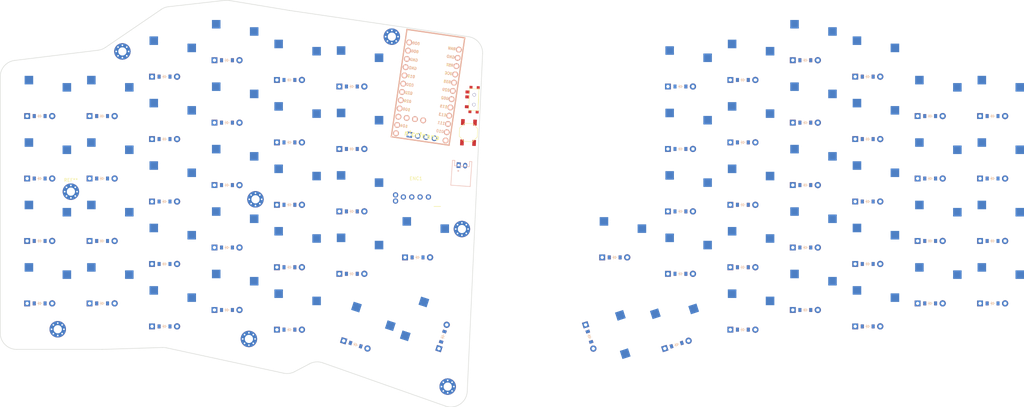
<source format=kicad_pcb>
(kicad_pcb (version 20240108) (generator "pcbnew") (generator_version "8.0")
  (title_block (title "left") (rev "v1.0.0") (company "Unknown"))
  (layers (0 "F.Cu" signal) (31 "B.Cu" signal) (34 "B.Paste" user) (35 "F.Paste" user) (36 "B.SilkS" user "B.Silkscreen") (37 "F.SilkS" user "F.Silkscreen") (38 "B.Mask" user) (39 "F.Mask" user) (44 "Edge.Cuts" user))
  (net 0 "")
  (net 1 "P115")
  (net 2 "outer_bottom")
  (net 3 "outer_home")
  (net 4 "outer_top")
  (net 5 "outer_num")
  (net 6 "P113")
  (net 7 "pinky_bottom")
  (net 8 "pinky_home")
  (net 9 "pinky_top")
  (net 10 "pinky_num")
  (net 11 "P111")
  (net 12 "ring_mod")
  (net 13 "ring_bottom")
  (net 14 "ring_home")
  (net 15 "ring_top")
  (net 16 "ring_num")
  (net 17 "P010")
  (net 18 "middle_mod")
  (net 19 "middle_bottom")
  (net 20 "middle_home")
  (net 21 "middle_top")
  (net 22 "middle_num")
  (net 23 "P009")
  (net 24 "index_mod")
  (net 25 "index_bottom")
  (net 26 "index_home")
  (net 27 "index_top")
  (net 28 "index_num")
  (net 29 "P011")
  (net 30 "inner_bottom")
  (net 31 "inner_home")
  (net 32 "inner_top")
  (net 33 "inner_num")
  (net 34 "P104")
  (net 35 "inner_mod_home")
  (net 36 "home_cluster")
  (net 37 "far_cluster")
  (net 38 "mirror_outer_bottom")
  (net 39 "mirror_outer_home")
  (net 40 "mirror_outer_top")
  (net 41 "mirror_outer_num")
  (net 42 "mirror_pinky_bottom")
  (net 43 "mirror_pinky_home")
  (net 44 "mirror_pinky_top")
  (net 45 "mirror_pinky_num")
  (net 46 "mirror_ring_mod")
  (net 47 "mirror_ring_bottom")
  (net 48 "mirror_ring_home")
  (net 49 "mirror_ring_top")
  (net 50 "mirror_ring_num")
  (net 51 "mirror_middle_mod")
  (net 52 "mirror_middle_bottom")
  (net 53 "mirror_middle_home")
  (net 54 "mirror_middle_top")
  (net 55 "mirror_middle_num")
  (net 56 "mirror_index_mod")
  (net 57 "mirror_index_bottom")
  (net 58 "mirror_index_home")
  (net 59 "mirror_index_top")
  (net 60 "mirror_index_num")
  (net 61 "mirror_inner_bottom")
  (net 62 "mirror_inner_home")
  (net 63 "mirror_inner_top")
  (net 64 "mirror_inner_num")
  (net 65 "mirror_inner_mod_home")
  (net 66 "mirror_home_cluster")
  (net 67 "mirror_far_cluster")
  (net 68 "P020")
  (net 69 "P017")
  (net 70 "P008")
  (net 71 "P006")
  (net 72 "P022")
  (net 73 "RAW")
  (net 74 "GND")
  (net 75 "RST")
  (net 76 "VCC")
  (net 77 "P031")
  (net 78 "P029")
  (net 79 "P002")
  (net 80 "P024")
  (net 81 "P100")
  (net 82 "P106")
  (net 83 "P101")
  (net 84 "P102")
  (net 85 "P107")
  (net 86 "pos")
  (net 87 "S2")
  (net 88 "D")
  (footprint "E73:SPDT_C128955" (layer "F.Cu") (at 132.2 -76 -92.5)
    (property "Reference" "T1" (hide yes))
    (property "Value" "" (hide yes))
  )
  (footprint "E73:SW_TACT_ALPS_SKQGABE010" (layer "F.Cu") (at 130.5 -66 -92.5)
    (property "Reference" "B1" (hide yes))
    (property "Value" "" (hide yes))
  )
  (footprint "PG1350" (layer "F.Cu") (at 57 -93)
    (property "Reference" "S18" (hide yes))
    (property "Value" "" (hide yes))
  )
  (footprint "ComboDiode" (layer "F.Cu") (at 271 -71)
    (property "Reference" "D38" (hide yes))
    (property "Value" "" (hide yes))
  )
  (footprint "MountingHole_2.5mm_Pad_Via" (layer "F.Cu") (at 128.5 -36.625)
    (property "Reference" "")
    (property "Value" "")
  )
  (footprint "ComboDiode" (layer "F.Cu") (at 195 -80)
    (property "Reference" "D57" (hide yes))
    (property "Value" "" (hide yes))
  )
  (footprint "ComboDiode" (layer "F.Cu") (at 290 -33)
    (property "Reference" "D32" (hide yes))
    (property "Value" "" (hide yes))
  )
  (footprint "PG1350" (layer "F.Cu") (at 252 -88)
    (property "Reference" "S43" (hide yes))
    (property "Value" "" (hide yes))
  )
  (footprint "Panasonic_EVQWGD001" (layer "F.Cu") (at 114.5 -52 90)
    (property "Reference" "ENC1")
    (property "Value" "RollerEncoder_Panasonic_EVQWGD001")
  )
  (footprint "PG1350" (layer "F.Cu") (at 38 -88)
    (property "Reference" "S13" (hide yes))
    (property "Value" "" (hide yes))
  )
  (footprint "PG1350" (layer "F.Cu") (at 57 -74)
    (property "Reference" "S17" (hide yes))
    (property "Value" "" (hide yes))
  )
  (footprint "ComboDiode" (layer "F.Cu") (at 167.315371 -3.861961 -72)
    (property "Reference" "D60" (hide yes))
    (property "Value" "" (hide yes))
  )
  (footprint "PG1350" (layer "F.Cu") (at 252 -69)
    (property "Reference" "S42" (hide yes))
    (property "Value" "" (hide yes))
  )
  (footprint "MountingHole_2.5mm_Pad_Via" (layer "F.Cu") (at 63.674175 -3.174175)
    (property "Reference" "")
    (property "Value" "")
  )
  (footprint "ComboDiode" (layer "F.Cu") (at 214 -6)
    (property "Reference" "D49" (hide yes))
    (property "Value" "" (hide yes))
  )
  (footprint "ComboDiode" (layer "F.Cu") (at 95 -42)
    (property "Reference" "D25" (hide yes))
    (property "Value" "" (hide yes))
  )
  (footprint "nice_nano" (layer "F.Cu") (at 118 -78.5 -98.3)
    (property "Reference" "MCU1" (hide yes))
    (property "Value" "nice_nano" (hide yes))
  )
  (footprint "MountingHole:MountingHole_2.5mm_Pad_Via" (layer "F.Cu") (at 9.5 -48)
    (property "Reference" "REF**")
    (property "Value" "MountingHole_2.5mm_Pad_Via")
  )
  (footprint "ComboDiode" (layer "F.Cu") (at 252 -7)
    (property "Reference" "D39" (hide yes))
    (property "Value" "" (hide yes))
  )
  (footprint "PG1350" (layer "F.Cu") (at 175 -33)
    (property "Reference" "S58" (hide yes))
    (property "Value" "" (hide yes))
  )
  (footprint "PG1350" (layer "F.Cu") (at 95 -85)
    (property "Reference" "S27" (hide yes))
    (property "Value" "" (hide yes))
  )
  (footprint "PG1350" (layer "F.Cu") (at 290 -19)
    (property "Reference" "S31" (hide yes))
    (property "Value" "" (hide yes))
  )
  (footprint "PG1350" (layer "F.Cu") (at 95 -47)
    (property "Reference" "S25" (hide yes))
    (property "Value" "" (hide yes))
  )
  (footprint "PG1350" (layer "F.Cu") (at 19 -76)
    (property "Reference" "S8" (hide yes))
    (property "Value" "" (hide yes))
  )
  (footprint "PG1350" (layer "F.Cu") (at 233 -74)
    (property "Reference" "S47" (hide yes))
    (property "Value" "" (hide yes))
  )
  (footprint "PG1350" (layer "F.Cu") (at 57 -36)
    (property "Reference" "S15" (hide yes))
    (property "Value" "" (hide yes))
  )
  (footprint "PG1350" (layer "F.Cu") (at 195 -85)
    (property "Reference" "S57" (hide yes))
    (property "Value" "" (hide yes))
  )
  (footprint "ComboDiode" (layer "F.Cu") (at 38 -83)
    (property "Reference" "D13" (hide yes))
    (property "Value" "" (hide yes))
  )
  (footprint "ComboDiode" (layer "F.Cu") (at 0 -52)
    (property "Reference" "D3" (hide yes))
    (property "Value" "" (hide yes))
  )
  (footprint "MountingHole_2.5mm_Pad_Via" (layer "F.Cu") (at 25.174175 -90.674175)
    (property "Reference" "")
    (property "Value" "")
  )
  (footprint "ComboDiode" (layer "F.Cu") (at 115 -28)
    (property "Reference" "D28" (hide yes))
    (property "Value" "" (hide yes))
  )
  (footprint "MountingHole_2.5mm_Pad_Via" (layer "F.Cu") (at 65.674175 -45.674175)
    (property "Reference" "")
    (property "Value" "")
  )
  (footprint "ComboDiode" (layer "F.Cu") (at 195 -61)
    (property "Reference" "D56" (hide yes))
    (property "Value" "" (hide yes))
  )
  (footprint "ComboDiode" (layer "F.Cu") (at 252 -64)
    (property "Reference" "D42" (hide yes))
    (property "Value" "" (hide yes))
  )
  (footprint "ComboDiode" (layer "F.Cu") (at 38 -26)
    (property "Reference" "D10" (hide yes))
    (property "Value" "" (hide yes))
  )
  (footprint "ComboDiode" (layer "F.Cu") (at 271 -33)
    (property "Reference" "D36" (hide yes))
    (property "Value" "" (hide yes))
  )
  (footprint "PG1350" (layer "F.Cu") (at 0 -76)
    (property "Reference" "S4" (hide yes))
    (property "Value" "" (hide yes))
  )
  (footprint "PG1350" (layer "F.Cu") (at 57 -55)
    (property "Reference" "S16" (hide yes))
    (property "Value" "" (hide yes))
  )
  (footprint "PG1350" (layer "F.Cu") (at 195 -47)
    (property "Reference" "S55" (hide yes))
    (property "Value" "" (hide yes))
  )
  (footprint "ComboDiode" (layer "F.Cu") (at 0 -14)
    (property "Reference" "D1" (hide yes))
    (property "Value" "" (hide yes))
  )
  (footprint "PG1350" (layer "F.Cu") (at 271 -19)
    (property "Reference" "S35" (hide yes))
    (property "Value" "" (hide yes))
  )
  (footprint "ComboDiode" (layer "F.Cu") (at 96.139066 -1.446784 -18)
    (property "Reference" "D29" (hide yes))
    (property "Value" "" (hide yes))
  )
  (footprint "ComboDiode" (layer "F.Cu") (at 57 -12)
    (property "Reference" "D14" (hide yes))
    (property "Value" "" (hide yes))
  )
  (footprint "PG1350" (layer "F.Cu") (at 0 -38)
    (property "Reference" "S2" (hide yes))
    (property "Value" "" (hide yes))
  )
  (footprint "PG1350" (layer "F.Cu") (at 195 -66)
    (property "Reference" "S56" (hide yes))
    (property "Value" "" (hide yes))
  )
  (footprint "JST_PH_S2B-PH-K_02x2.00mm_Angled" (layer "F.Cu") (at 128.5 -56 -4)
    (property "Reference" "JST1" (hide yes))
    (property "Value" "" (hide yes))
  )
  (footprint "PG1350" (layer "F.Cu") (at 271 -76)
    (property "Reference" "S38" (hide yes))
    (property "Value" "" (hide yes))
  )
  (footprint "PG1350" (layer "F.Cu") (at 290 -76)
    (property "Reference" "S34" (hide yes))
    (property "Value" "" (hide yes))
  )
  (footprint "PG1350" (layer "F.Cu") (at 0 -19)
    (property "Reference" "S1" (hide yes))
    (property "Value" "" (hide yes))
  )
  (footprint "ComboDiode" (layer "F.Cu") (at 271 -14)
    (property "Reference" "D35" (hide yes))
    (property "Value" "" (hide yes))
  )
  (footprint "PG1350" (layer "F.Cu") (at 76 -11)
    (property "Reference" "S19" (hide yes))
    (property "Value" "" (hide yes))
  )
  (footprint "ComboDiode" (layer "F.Cu") (at 195 -23)
    (property "Reference" "D54" (hide yes))
    (property "Value" "" (hide yes))
  )
  (footprint "ComboDiode" (layer "F.Cu") (at 76 -6)
    (property "Reference" "D19" (hide yes))
    (property "Value" "" (hide yes))
  )
  (footprint "PG1350" (layer "F.Cu") (at 97.684151 -6.202067 -18)
    (property "Reference" "S29" (hide yes))
    (property "Value" "" (hide yes))
  )
  (footprint "PG1350" (layer "F.Cu") (at 0 -57)
    (property "Reference" "S3" (hide yes))
    (property "Value" "" (hide yes))
  )
  (footprint "ComboDiode" (layer "F.Cu") (at 122.684629 -3.861961 72)
    (property "Reference" "D30" (hide yes))
    (property "Value" "" (hide yes))
  )
  (footprint "ComboDiode" (layer "F.Cu") (at 195 -42)
    (property "Reference" "D55" (hide yes))
    (property "Value" "" (hide yes))
  )
  (footprint "ComboDiode" (layer "F.Cu") (at 214 -82)
    (property "Reference" "D53" (hide yes))
    (property "Value" "" (hide yes))
  )
  (footprint "ComboDiode" (layer "F.Cu") (at 290 -14)
    (property "Reference" "D31" (hide yes))
    (property "Value" "" (hide yes))
  )
  (footprint "ComboDiode" (layer "F.Cu") (at 19 -33)
    (property "Reference" "D6" (hide yes))
    (property "Value" "" (hide yes))
  )
  (footprint "PG1350" (layer "F.Cu") (at 233 -17)
    (property "Reference" "S44" (hide yes))
    (property "Value" "" (hide yes))
  )
  (footprint "ComboDiode" (layer "F.Cu") (at 57 -69)
    (property "Reference" "D17" (hide yes))
    (property "Value" "" (hide yes))
  )
  (footprint "PG1350" (layer "F.Cu") (at 95 -28)
    (property "Reference" "S24" (hide yes))
    (property "Value" "" (hide yes))
  )
  (footprint "PG1350" (layer "F.Cu") (at 38 -69)
    (property "Reference" "S12" (hide yes))
    (property "Value" "" (hide yes))
  )
  (footprint "PG1350" (layer "F.Cu") (at 172.070654 -5.407047 -72)
    (property "Reference" "S60" (hide yes))
    (property "Value" "" (hide yes))
  )
  (footprint "PG1350" (layer "F.Cu") (at 195 -28)
    (property "Reference" "S54" (hide yes))
    (property "Value" "" (hide yes))
  )
  (footprint "PG1350" (layer "F.Cu") (at 214 -87)
    (property "Reference" "S53" (hide yes))
    (property "Value" "" (hide yes))
  )
  (footprint "lib:OLED_headers" (layer "F.Cu") (at 122.5 -65.5 -98.3)
    (property "Reference" "OLED1" (hide yes))
    (property "Value" "OLED")
  )
  (footprint "PG1350" (layer "F.Cu") (at 271 -57)
    (property "Reference" "S37" (hide yes))
    (property "Value" "" (hide yes))
  )
  (footprint "ComboDiode" (layer "F.Cu") (at 214 -63)
    (property "Reference" "D52" (hide yes))
    (property "Value" "" (hide yes))
  )
  (footprint "PG1350" (layer "F.Cu") (at 233 -93)
    (property "Reference" "S48" (hide yes))
    (property "Value" "" (hide yes))
  )
  (footprint "ComboDiode" (layer "F.Cu") (at 38 -64)
    (property "Reference" "D12" (hide yes))
    (property "Value" "" (hide yes))
  )
  (footprint "MountingHole_2.5mm_Pad_Via" (layer "F.Cu") (at 5.5 -6.125)
    (property "Reference" "")
    (property "Value" "")
  )
  (footprint "ComboDiode" (layer "F.Cu") (at 19 -71)
    (property "Reference" "D8" (hide yes))
    (property "Value" "" (hide yes))
  )
  (footprint "PG1350" (layer "F.Cu") (at 290 -57)
    (property "Reference" "S33" (hide yes))
    (property "Value" "" (hide yes))
  )
  (footprint "ComboDiode" (layer "F.Cu") (at 252 -26)
    (property "Reference" "D40" (hide yes))
    (property "Value" "" (hide yes))
  )
  (footprint "ComboDiode" (layer "F.Cu") (at 57 -50)
    (property "Reference" "D16" (hide yes))
    (property "Value" "" (hide yes))
  )
  (footprint "PG1350" (layer "F.Cu") (at 19 -57)
    (property "Reference" "S7" (hide yes))
    (property "Value" "" (hide yes))
  )
  (footprint "PG1350" (layer "F.Cu") (at 214 -11)
    (property "Reference" "S49" (hide yes))
    (property "Value" "" (hide yes))
  )
  (footprint "ComboDiode" (layer "F.Cu") (at 76 -44)
    (property "Reference" "D21" (hide yes))
    (property "Value" "" (hide yes))
  )
  (footprint "PG1350" (layer "F.Cu") (at 290 -38)
    (property "Reference" "S32" (hide yes))
    (property "Value" "" (hide yes))
  )
  (footprint "PG1350" (layer "F.Cu") (at 252 -50)
    (property "Reference" "S41" (hide yes))
    (property "Value" "" (hide yes))
  )
  (footprint "PG1350" (layer "F.Cu") (at 76 -49)
    (property "Reference" "S21" (hide yes))
    (property "Value" "" (hide yes))
  )
  (footprint "PG1350" (layer "F.Cu") (at 76 -87)
    (property "Reference" "S23" (hide yes))
    (property "Value" "" (hide yes))
  )
  (footprint "PG1350" (layer "F.Cu") (at 233 -55)
    (property "Reference" "S46" (hide yes))
    (property "Value" "" (hide yes))
  )
  (footprint "ComboDiode" (layer "F.Cu") (at 233 -88)
    (property "Reference" "D48" (hide yes))
    (property "Value" "" (hide yes))
  )
  (footprint "ComboDiode" (layer "F.Cu") (at 193.860934 -1.446784 18)
    (property "Reference" "D59" (hide yes))
    (property "Value" "" (hide yes))
  )
  (footprint "MountingHole_2.5mm_Pad_Via" (layer "F.Cu") (at 124.174175 11.325825)
    (property "Reference" "")
    (property "Value" "")
  )
  (footprint "MountingHole_2.5mm_Pad_Via" (layer "F.Cu") (at 107.174175 -95.174175)
    (property "Reference" "")
    (property "Value" "")
  )
  (footprint "PG1350" (layer "F.Cu") (at 19 -19)
    (property "Reference" "S5" (hide yes))
    (property "Value" "" (hide yes))
  )
  (footprint "PG1350" (layer "F.Cu") (at 57 -17)
    (property "Reference" "S14" (hide yes))
    (property "Value" "" (hide yes))
  )
  (footprint "ComboDiode" (layer "F.Cu") (at 0 -71)
    (property "Reference" "D4" (hide yes))
    (property "Value" "" (hide yes))
  )
  (footprint "ComboDiode" (layer "F.Cu") (at 76 -63)
    (property "Reference" "D22" (hide yes))
    (property "Value" "" (hide yes))
  )
  (footprint "ComboDiode" (layer "F.Cu") (at 252 -83)
    (property "Reference" "D43" (hide yes))
    (property "Value" "" (hide yes))
  )
  (footprint "ComboDiode" (layer "F.Cu") (at 38 -7)
    (property "Reference" "D9" (hide yes))
    (property "Value" "" (hide yes))
  )
  (footprint "PG1350" (layer "F.Cu") (at 214 -68)
    (property "Reference" "S52" (hide yes))
    (property "Value" "" (hide yes))
  )
  (footprint "ComboDiode" (layer "F.Cu") (at 233 -69)
    (property "Reference" "D47" (hide yes))
    (property "Value" "" (hide yes))
  )
  (footprint "ComboDiode" (layer "F.Cu") (at 57 -88)
    (property "Reference" "D18" (hide yes))
    (property "Value" "" (hide yes))
  )
  (footprint "PG1350" (layer "F.Cu") (at 38 -31)
    (property "Reference" "S10" (hide yes))
    (property "Value" "" (hide yes))
  )
  (footprint "PG1350" (layer "F.Cu") (at 192.315849 -6.202067 18)
    (property "Reference" "S59" (hide yes))
    (property "Value" "" (hide yes))
  )
  (footprint "PG1350" (layer "F.Cu") (at 95 -66)
    (property "Reference" "S26" (hide yes))
    (property "Value" "" (hide yes))
  )
  (footprint "ComboDiode" (layer "F.Cu") (at 290 -52)
    (property "Reference" "D33" (hide yes))
    (property "Value" "" (hide yes))
  )
  (footprint "ComboDiode" (layer "F.Cu") (at 76 -25)
    (property "Reference" "D20" (hide yes))
    (property "Value" "" (hide yes))
  )
  (footprint "ComboDiode" (layer "F.Cu") (at 95 -61)
    (property "Reference" "D26" (hide yes))
    (property "Value" "" (hide yes))
  )
  (footprint "PG1350" (layer "F.Cu") (at 252 -31)
    (property "Reference" "S40" (hide yes))
    (property "Value" "" (hide yes))
  )
  (footprint "PG1350" (layer "F.Cu") (at 214 -49)
    (property "Reference" "S51" (hide yes))
    (property "Value" "" (hide yes))
  )
  (footprint "PG1350" (layer "F.Cu") (at 117.929346 -5.407047 72)
    (property "Reference" "S30" (hide yes))
    (property "Value" "" (hide yes))
  )
  (footprint "PG1350" (layer "F.Cu") (at 76 -30)
    (property "Reference" "S20" (hide yes))
    (property "Value" "" (hide yes))
  )
  (footprint "ComboDiode" (layer "F.Cu") (at 19 -14)
    (property "Reference" "D5" (hide yes))
    (property "Value" "" (hide yes))
  )
  (footprint "PG1350" (layer "F.Cu") (at 115 -33)
    (property "Reference" "S28" (hide yes))
    (property "Value" "" (hide yes))
  )
  (footprint "PG1350" (layer "F.Cu") (at 19 -38)
    (property "Reference" "S6" (hide yes))
    (property "Value" "" (hide yes))
  )
  (footprint "ComboDiode" (layer "F.Cu") (at 95 -80)
    (property "Reference" "D27" (hide yes))
    (property "Value" "" (hide yes))
  )
  (footprint "ComboDiode" (layer "F.Cu") (at 233 -12)
    (property "Reference" "D44" (hide yes))
    (property "Value" "" (hide yes))
  )
  (footprint "ComboDiode" (layer "F.Cu") (at 57 -31)
    (property "Reference" "D15" (hide yes))
    (property "Value" "" (hide yes))
  )
  (footprint "ComboDiode" (layer "F.Cu") (at 95 -23)
    (property "Reference" "D24" (hide yes))
    (property "Value" "" (hide yes))
  )
  (footprint "ComboDiode" (layer "F.Cu") (at 290 -71)
    (property "Reference" "D34" (hide yes))
    (property "Value" "" (hide yes))
  )
  (footprint "ComboDiode" (layer "F.Cu") (at 175 -28)
    (property "Reference" "D58" (hide yes))
    (property "Value" "" (hide yes))
  )
  (footprint "ComboDiode" (layer "F.Cu") (at 233 -31)
    (property "Reference" "D45" (hide yes))
    (property "Value" "" (hide yes))
  )
  (footprint "ComboDiode" (layer "F.Cu") (at 233 -50)
    (property "Reference" "D46" (hide yes))
    (property "Value" "" (hide yes))
  )
  (footprint "ComboDiode" (layer "F.Cu") (at 0 -33)
    (property "Reference" "D2" (hide yes))
    (property "Value" "" (hide yes))
  )
  (footprint "ComboDiode" (layer "F.Cu") (at 76 -82)
    (property "Reference" "D23" (hide yes))
    (property "Value" "" (hide yes))
  )
  (footprint "ComboDiode" (layer "F.Cu") (at 214 -25)
    (property "Reference" "D50" (hide yes))
    (property "Value" "" (hide yes))
  )
  (footprint "PG1350" (layer "F.Cu") (at 271 -38)
    (property "Reference" "S36" (hide yes))
    (property "Value" "" (hide yes))
  )
  (footprint "ComboDiode" (layer "F.Cu") (at 271 -52)
    (property "Reference" "D37" (hide yes))
    (property "Value" "" (hide yes))
  )
  (footprint "ComboDiode" (layer "F.Cu") (at 252 -45)
    (property "Reference" "D41" (hide yes))
    (property "Value" "" (hide yes))
  )
  (footprint "ComboDiode" (layer "F.Cu") (at 214 -44)
    (property "Reference" "D51" (hide yes))
    (property "Value" "" (hide yes))
  )
  (footprint "PG1350" (layer "F.Cu") (at 233 -36)
    (property "Reference" "S45" (hide yes))
    (property "Value" "" (hide yes))
  )
  (footprint "PG1350" (layer "F.Cu") (at 214 -30)
    (property "Reference" "S50" (hide yes))
    (property "Value" "" (hide yes))
  )
  (footprint "PG1350" (layer "F.Cu") (at 38 -50)
    (property "Reference" "S11" (hide yes))
    (property "Value" "" (hide yes))
  )
  (footprint "ComboDiode" (layer "F.Cu") (at 19 -52)
    (property "Reference" "D7" (hide yes))
    (property "Value" "" (hide yes))
  )
  (footprint "ComboDiode" (layer "F.Cu") (at 38 -45)
    (property "Reference" "D11" (hide yes))
    (property "Value" "" (hide yes))
  )
  (footprint "PG1350" (layer "F.Cu") (at 252 -12)
    (property "Reference" "S39" (hide yes))
    (property "Value" "" (hide yes))
  )
  (footprint "PG1350" (layer "F.Cu") (at 76 -68)
    (property "Reference" "S22" (hide yes))
    (property "Value" "" (hide yes))
  )
  (footprint "PG1350" (layer "F.Cu") (at 38 -12)
    (property "Reference" "S9" (hide yes))
    (property "Value" "" (hide yes))
  )
  (gr_arc (start 56.307524 -106.221641) (mid 56.998752 -106.251684) (end 57.68751 -106.186018) (stroke (width 0.15)) (layer "Edge.Cuts"))
  (gr_arc (start -12 -82.975478) (mid -10.744446 -86.288954) (end -7.60835 -87.938331) (stroke (width 0.15)) (layer "Edge.Cuts"))
  (gr_line (start 74.217862 7.234495) (end 38.600679 -0.470064) (stroke (width 0.15)) (layer "Edge.Cuts"))
  (gr_line (start -7.60835 -87.938331) (end 17.795277 -91.052324) (stroke (width 0.15)) (layer "Edge.Cuts"))
  (gr_line (start 37.385734 -0.580602) (end 19.078888 -0.002491) (stroke (width 0.15)) (layer "Edge.Cuts"))
  (gr_arc (start -7 0) (mid -10.535534 -1.464466) (end -12 -5) (stroke (width 0.15)) (layer "Edge.Cuts"))
  (gr_arc (start 130.525096 -95.156066) (mid 133.656343 -93.391256) (end 134.794642 -89.981924) (stroke (width 0.15)) (layer "Edge.Cuts"))
  (gr_line (start 76.046312 -103.14321) (end 130.525097 -95.156066) (stroke (width 0.15)) (layer "Edge.Cuts"))
  (gr_line (start -12 -5) (end -12 -82.975478) (stroke (width 0.15)) (layer "Edge.Cuts"))
  (gr_line (start 82.128713 4.379804) (end 77.611941 6.767781) (stroke (width 0.15)) (layer "Edge.Cuts"))
  (gr_arc (start 76.046312 -103.14321) (mid 76.000035 -103.150216) (end 75.953825 -103.157655) (stroke (width 0.15)) (layer "Edge.Cuts"))
  (gr_arc (start 130.124858 12.758018) (mid 127.925263 16.676661) (end 123.467781 17.246601) (stroke (width 0.15)) (layer "Edge.Cuts"))
  (gr_arc (start 77.611941 6.767781) (mid 75.956123 7.300913) (end 74.217862 7.234495) (stroke (width 0.15)) (layer "Edge.Cuts"))
  (gr_arc (start 37.385734 -0.580603) (mid 37.996591 -0.562527) (end 38.600679 -0.470064) (stroke (width 0.15)) (layer "Edge.Cuts"))
  (gr_arc (start 36.97671 -103.452547) (mid 38.052578 -104.00837) (end 39.230518 -104.289243) (stroke (width 0.15)) (layer "Edge.Cuts"))
  (gr_line (start 134.794642 -89.981924) (end 130.124857 12.758018) (stroke (width 0.15)) (layer "Edge.Cuts"))
  (gr_arc (start 20.002937 -91.88358) (mid 18.948831 -91.335893) (end 17.795277 -91.052324) (stroke (width 0.15)) (layer "Edge.Cuts"))
  (gr_line (start 39.230518 -104.289243) (end 56.307524 -106.221641) (stroke (width 0.15)) (layer "Edge.Cuts"))
  (gr_line (start 20.002937 -91.883581) (end 36.97671 -103.452547) (stroke (width 0.15)) (layer "Edge.Cuts"))
  (gr_line (start 18.921072 0) (end -7 0) (stroke (width 0.15)) (layer "Edge.Cuts"))
  (gr_arc (start 19.078888 -0.002491) (mid 18.99999 -0.000623) (end 18.921072 0) (stroke (width 0.15)) (layer "Edge.Cuts"))
  (gr_line (start 57.68751 -106.186018) (end 75.953825 -103.157655) (stroke (width 0.15)) (layer "Edge.Cuts"))
  (gr_line (start 123.467781 17.246601) (end 86.127896 4.084449) (stroke (width 0.15)) (layer "Edge.Cuts"))
  (gr_arc (start 82.128713 4.379803) (mid 84.097398 3.81364) (end 86.127896 4.084449) (stroke (width 0.15)) (layer "Edge.Cuts"))
)
</source>
